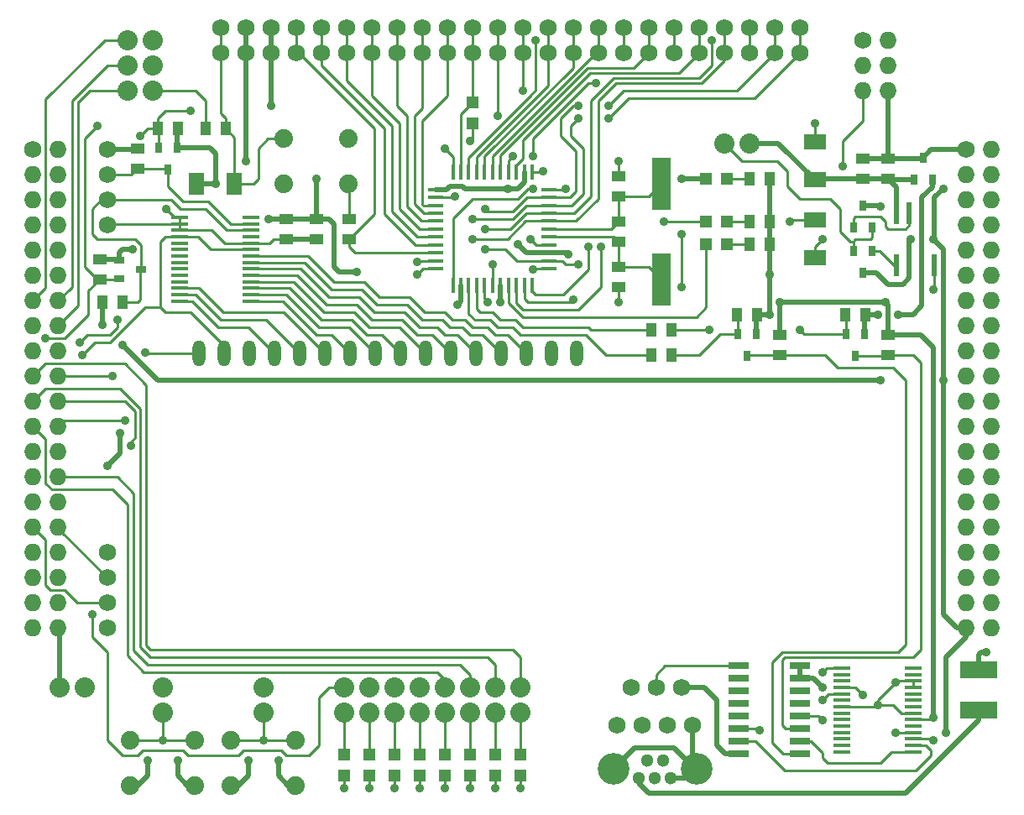
<source format=gtl>
%FSLAX34Y34*%
G04 Gerber Fmt 3.4, Leading zero omitted, Abs format*
G04 (created by PCBNEW (2014-02-26 BZR 4721)-product) date Donnerstag, 25. Dezember 2014 16:09:47*
%MOIN*%
G01*
G70*
G90*
G04 APERTURE LIST*
%ADD10C,0.005906*%
%ADD11R,0.055100X0.043300*%
%ADD12C,0.051181*%
%ADD13C,0.125984*%
%ADD14R,0.047200X0.047200*%
%ADD15R,0.063000X0.086600*%
%ADD16R,0.086600X0.063000*%
%ADD17R,0.145700X0.070900*%
%ADD18R,0.024000X0.086900*%
%ADD19C,0.080000*%
%ADD20O,0.080000X0.080000*%
%ADD21C,0.068000*%
%ADD22O,0.068000X0.068000*%
%ADD23R,0.031500X0.039400*%
%ADD24R,0.039400X0.031500*%
%ADD25R,0.043300X0.055100*%
%ADD26C,0.074000*%
%ADD27R,0.080000X0.026000*%
%ADD28R,0.060000X0.016000*%
%ADD29R,0.016000X0.060000*%
%ADD30R,0.076000X0.210000*%
%ADD31R,0.065000X0.016000*%
%ADD32O,0.051400X0.102900*%
%ADD33C,0.035000*%
%ADD34C,0.020000*%
%ADD35C,0.010000*%
G04 APERTURE END LIST*
G54D10*
G54D11*
X53300Y-31807D03*
X53300Y-32593D03*
X40100Y-29907D03*
X40100Y-30693D03*
X53300Y-28993D03*
X53300Y-28207D03*
X41300Y-29907D03*
X41300Y-30693D03*
X42600Y-30693D03*
X42600Y-29907D03*
X63000Y-28293D03*
X63000Y-27507D03*
X64000Y-28293D03*
X64000Y-27507D03*
G54D12*
X54120Y-52104D03*
X54435Y-51395D03*
X54750Y-52104D03*
X55064Y-51395D03*
X55379Y-52104D03*
G54D13*
X56403Y-51750D03*
X53096Y-51750D03*
G54D14*
X42400Y-51187D03*
X42400Y-52013D03*
X43400Y-51187D03*
X43400Y-52013D03*
X44400Y-51187D03*
X44400Y-52013D03*
X45400Y-51187D03*
X45400Y-52013D03*
X46400Y-51187D03*
X46400Y-52013D03*
X47400Y-51187D03*
X47400Y-52013D03*
X48400Y-51187D03*
X48400Y-52013D03*
X49400Y-51187D03*
X49400Y-52013D03*
G54D15*
X38048Y-28500D03*
X36552Y-28500D03*
G54D16*
X61100Y-29952D03*
X61100Y-31448D03*
X61100Y-26852D03*
X61100Y-28348D03*
G54D14*
X57613Y-30900D03*
X56787Y-30900D03*
X57613Y-30000D03*
X56787Y-30000D03*
X47500Y-25287D03*
X47500Y-26113D03*
X57613Y-28300D03*
X56787Y-28300D03*
G54D17*
X67600Y-49407D03*
X67600Y-47793D03*
G54D18*
X64350Y-31730D03*
X64850Y-31730D03*
X65350Y-31730D03*
X65850Y-31730D03*
X65850Y-29670D03*
X65350Y-29670D03*
X64850Y-29670D03*
X64350Y-29670D03*
G54D19*
X33800Y-23800D03*
G54D20*
X34800Y-23800D03*
G54D19*
X34800Y-22800D03*
G54D20*
X33800Y-22800D03*
G54D19*
X35200Y-49500D03*
G54D20*
X35200Y-48500D03*
G54D19*
X39200Y-49500D03*
G54D20*
X39200Y-48500D03*
G54D19*
X42400Y-48500D03*
G54D20*
X42400Y-49500D03*
G54D19*
X43400Y-48500D03*
G54D20*
X43400Y-49500D03*
G54D19*
X44400Y-48500D03*
G54D20*
X44400Y-49500D03*
G54D19*
X45400Y-48500D03*
G54D20*
X45400Y-49500D03*
G54D19*
X46400Y-48500D03*
G54D20*
X46400Y-49500D03*
G54D19*
X47400Y-48500D03*
G54D20*
X47400Y-49500D03*
G54D19*
X48400Y-48500D03*
G54D20*
X48400Y-49500D03*
G54D19*
X49400Y-48500D03*
G54D20*
X49400Y-49500D03*
G54D21*
X53800Y-48500D03*
X54800Y-48500D03*
X55800Y-48500D03*
G54D19*
X57500Y-26900D03*
G54D20*
X58500Y-26900D03*
G54D19*
X31100Y-48500D03*
G54D20*
X32100Y-48500D03*
G54D21*
X30050Y-27150D03*
G54D22*
X31050Y-27150D03*
X30050Y-28150D03*
X31050Y-28150D03*
X30050Y-29150D03*
X31050Y-29150D03*
X30050Y-30150D03*
X31050Y-30150D03*
X30050Y-31150D03*
X31050Y-31150D03*
X30050Y-32150D03*
X31050Y-32150D03*
X30050Y-33150D03*
X31050Y-33150D03*
X30050Y-34150D03*
X31050Y-34150D03*
X30050Y-35150D03*
X31050Y-35150D03*
X30050Y-36150D03*
X31050Y-36150D03*
X30050Y-37150D03*
X31050Y-37150D03*
X30050Y-38150D03*
X31050Y-38150D03*
X30050Y-39150D03*
X31050Y-39150D03*
X30050Y-40150D03*
X31050Y-40150D03*
X30050Y-41150D03*
X31050Y-41150D03*
X30050Y-42150D03*
X31050Y-42150D03*
X30050Y-43150D03*
X31050Y-43150D03*
X30050Y-44150D03*
X31050Y-44150D03*
X30050Y-45150D03*
X31050Y-45150D03*
X30050Y-46150D03*
X31050Y-46150D03*
G54D21*
X67100Y-27150D03*
G54D22*
X68100Y-27150D03*
X67100Y-28150D03*
X68100Y-28150D03*
X67100Y-29150D03*
X68100Y-29150D03*
X67100Y-30150D03*
X68100Y-30150D03*
X67100Y-31150D03*
X68100Y-31150D03*
X67100Y-32150D03*
X68100Y-32150D03*
X67100Y-33150D03*
X68100Y-33150D03*
X67100Y-34150D03*
X68100Y-34150D03*
X67100Y-35150D03*
X68100Y-35150D03*
X67100Y-36150D03*
X68100Y-36150D03*
X67100Y-37150D03*
X68100Y-37150D03*
X67100Y-38150D03*
X68100Y-38150D03*
X67100Y-39150D03*
X68100Y-39150D03*
X67100Y-40150D03*
X68100Y-40150D03*
X67100Y-41150D03*
X68100Y-41150D03*
X67100Y-42150D03*
X68100Y-42150D03*
X67100Y-43150D03*
X68100Y-43150D03*
X67100Y-44150D03*
X68100Y-44150D03*
X67100Y-45150D03*
X68100Y-45150D03*
X67100Y-46150D03*
X68100Y-46150D03*
G54D21*
X56250Y-50000D03*
X55250Y-50000D03*
X54250Y-50000D03*
X53250Y-50000D03*
X37500Y-22300D03*
X38500Y-22300D03*
X39500Y-22300D03*
X40500Y-22300D03*
X41500Y-22300D03*
X42500Y-22300D03*
X43500Y-22300D03*
X44500Y-22300D03*
X45500Y-22300D03*
X46500Y-22300D03*
X47500Y-22300D03*
X48500Y-22300D03*
X49500Y-22300D03*
X50500Y-22300D03*
X51500Y-22300D03*
X52500Y-22300D03*
X53500Y-22300D03*
X54500Y-22300D03*
X55500Y-22300D03*
X56500Y-22300D03*
X57500Y-22300D03*
X58500Y-22300D03*
X59500Y-22300D03*
X60500Y-22300D03*
X37500Y-23300D03*
X38500Y-23300D03*
X39500Y-23300D03*
X40500Y-23300D03*
X41500Y-23300D03*
X42500Y-23300D03*
X43500Y-23300D03*
X44500Y-23300D03*
X45500Y-23300D03*
X46500Y-23300D03*
X47500Y-23300D03*
X48500Y-23300D03*
X49500Y-23300D03*
X50500Y-23300D03*
X51500Y-23300D03*
X52500Y-23300D03*
X53500Y-23300D03*
X54500Y-23300D03*
X55500Y-23300D03*
X56500Y-23300D03*
X57500Y-23300D03*
X58500Y-23300D03*
X59500Y-23300D03*
X60500Y-23300D03*
X63000Y-22800D03*
G54D22*
X64000Y-22800D03*
X63000Y-23800D03*
X64000Y-23800D03*
X63000Y-24800D03*
X64000Y-24800D03*
G54D21*
X33000Y-30150D03*
X33000Y-29150D03*
X33000Y-28150D03*
X33000Y-27150D03*
X33000Y-43150D03*
X33000Y-44150D03*
X33000Y-45150D03*
X33000Y-46150D03*
G54D23*
X62700Y-35333D03*
X62325Y-34467D03*
X63075Y-34467D03*
X58400Y-35333D03*
X58025Y-34467D03*
X58775Y-34467D03*
X63000Y-32033D03*
X62625Y-31167D03*
X63375Y-31167D03*
X63000Y-29367D03*
X63375Y-30233D03*
X62625Y-30233D03*
X35400Y-27933D03*
X35025Y-27067D03*
X35775Y-27067D03*
G54D24*
X34333Y-31900D03*
X33467Y-32275D03*
X33467Y-31525D03*
G54D11*
X64000Y-34507D03*
X64000Y-35293D03*
G54D25*
X63093Y-33700D03*
X62307Y-33700D03*
G54D11*
X59700Y-34507D03*
X59700Y-35293D03*
G54D25*
X58793Y-33700D03*
X58007Y-33700D03*
G54D11*
X53300Y-30793D03*
X53300Y-30007D03*
G54D25*
X54607Y-35300D03*
X55393Y-35300D03*
X54607Y-34300D03*
X55393Y-34300D03*
X58507Y-30900D03*
X59293Y-30900D03*
X58507Y-30000D03*
X59293Y-30000D03*
X59293Y-28300D03*
X58507Y-28300D03*
G54D11*
X34200Y-27107D03*
X34200Y-27893D03*
G54D25*
X32807Y-33200D03*
X33593Y-33200D03*
X35793Y-26300D03*
X35007Y-26300D03*
G54D11*
X32700Y-31507D03*
X32700Y-32293D03*
G54D26*
X36480Y-52390D03*
X33920Y-52390D03*
X36480Y-50610D03*
X33920Y-50610D03*
X40480Y-52390D03*
X37920Y-52390D03*
X40480Y-50610D03*
X37920Y-50610D03*
X42580Y-28490D03*
X40020Y-28490D03*
X42580Y-26710D03*
X40020Y-26710D03*
G54D27*
X60510Y-51150D03*
X60510Y-50650D03*
X60510Y-50150D03*
X60510Y-49650D03*
X60510Y-49150D03*
X60510Y-48650D03*
X60510Y-48150D03*
X60510Y-47650D03*
X58090Y-47650D03*
X58090Y-48150D03*
X58090Y-48650D03*
X58090Y-49150D03*
X58090Y-49650D03*
X58090Y-50150D03*
X58090Y-50650D03*
X58090Y-51150D03*
G54D28*
X46050Y-30300D03*
X46050Y-30615D03*
X46050Y-30930D03*
X46050Y-31245D03*
X46050Y-31560D03*
X46050Y-31875D03*
X46050Y-29985D03*
X46050Y-29670D03*
X46050Y-29355D03*
X46050Y-29040D03*
X46050Y-28725D03*
X50550Y-30300D03*
X50550Y-30615D03*
X50550Y-30930D03*
X50550Y-31245D03*
X50550Y-31560D03*
X50550Y-31875D03*
X50550Y-29985D03*
X50550Y-29670D03*
X50550Y-29355D03*
X50550Y-29040D03*
X50550Y-28725D03*
G54D29*
X48300Y-32550D03*
X48300Y-28050D03*
X48615Y-32550D03*
X48615Y-28050D03*
X48930Y-28050D03*
X48930Y-32550D03*
X49245Y-32550D03*
X49245Y-28050D03*
X49560Y-28050D03*
X49560Y-32550D03*
X49875Y-32550D03*
X49875Y-28050D03*
X47985Y-28050D03*
X47985Y-32550D03*
X47670Y-32550D03*
X47670Y-28050D03*
X47355Y-28050D03*
X47355Y-32550D03*
X47040Y-32550D03*
X47040Y-28050D03*
X46725Y-28050D03*
X46725Y-32550D03*
G54D23*
X65400Y-27467D03*
X65775Y-28333D03*
X65025Y-28333D03*
G54D30*
X55000Y-32300D03*
X55000Y-28500D03*
G54D31*
X62183Y-49272D03*
X62183Y-49528D03*
X62183Y-49784D03*
X62183Y-50040D03*
X65017Y-48504D03*
X62183Y-48504D03*
X62183Y-48760D03*
X62183Y-49016D03*
X65017Y-50296D03*
X65017Y-50040D03*
X65017Y-49784D03*
X65017Y-49528D03*
X65017Y-49272D03*
X65017Y-49016D03*
X62183Y-50296D03*
X65017Y-48760D03*
X65017Y-48248D03*
X65017Y-47993D03*
X65017Y-47737D03*
X62183Y-47737D03*
X62183Y-47993D03*
X62183Y-48248D03*
X62183Y-50552D03*
X62183Y-50807D03*
X62183Y-51063D03*
X65017Y-51063D03*
X65017Y-50807D03*
X65017Y-50552D03*
X38717Y-31628D03*
X38717Y-31372D03*
X38717Y-31116D03*
X38717Y-30860D03*
X35883Y-32396D03*
X38717Y-32396D03*
X38717Y-32140D03*
X38717Y-31884D03*
X35883Y-30604D03*
X35883Y-30860D03*
X35883Y-31116D03*
X35883Y-31372D03*
X35883Y-31628D03*
X35883Y-31884D03*
X38717Y-30604D03*
X35883Y-32140D03*
X35883Y-32652D03*
X35883Y-32907D03*
X35883Y-33163D03*
X38717Y-33163D03*
X38717Y-32907D03*
X38717Y-32652D03*
X38717Y-30348D03*
X38717Y-30093D03*
X38717Y-29837D03*
X35883Y-29837D03*
X35883Y-30093D03*
X35883Y-30348D03*
G54D32*
X36649Y-35227D03*
X37649Y-35227D03*
X38649Y-35227D03*
X39649Y-35227D03*
X40649Y-35227D03*
X41649Y-35227D03*
X42649Y-35227D03*
X43649Y-35227D03*
X44649Y-35227D03*
X45649Y-35227D03*
X46649Y-35227D03*
X47649Y-35227D03*
X48649Y-35227D03*
X49649Y-35227D03*
X50649Y-35227D03*
X51649Y-35227D03*
G54D25*
X36907Y-26300D03*
X37693Y-26300D03*
G54D19*
X33800Y-24800D03*
G54D20*
X34800Y-24800D03*
G54D33*
X66200Y-28700D03*
X66300Y-50300D03*
X66200Y-36300D03*
X33600Y-34900D03*
X63700Y-36300D03*
X32800Y-34100D03*
X65800Y-30700D03*
X64900Y-30700D03*
X60500Y-34300D03*
X56900Y-34300D03*
X61400Y-49000D03*
X61400Y-47900D03*
X47500Y-29900D03*
X52900Y-25900D03*
X51700Y-25900D03*
X48000Y-29500D03*
X52900Y-25400D03*
X51700Y-25400D03*
X48000Y-30300D03*
X36300Y-25600D03*
X33400Y-33900D03*
X34300Y-26600D03*
X31900Y-34800D03*
X57000Y-22800D03*
X47500Y-30700D03*
X30550Y-34650D03*
X32600Y-26200D03*
X50000Y-22800D03*
X49900Y-27400D03*
X52400Y-24500D03*
X49900Y-28700D03*
X39500Y-25400D03*
X39800Y-51400D03*
X64300Y-48300D03*
X63600Y-49200D03*
X65800Y-32700D03*
X55800Y-28300D03*
X55800Y-32600D03*
X55800Y-30500D03*
X45300Y-31600D03*
X38600Y-51400D03*
X35800Y-51400D03*
X34600Y-51400D03*
X34500Y-35200D03*
X35350Y-29500D03*
X46800Y-29000D03*
X48100Y-33200D03*
X61400Y-48500D03*
X64300Y-50300D03*
X49800Y-30700D03*
X50300Y-28000D03*
X53300Y-33200D03*
X53300Y-27600D03*
X32400Y-45600D03*
X46400Y-27100D03*
X49500Y-24800D03*
X49900Y-31900D03*
X48500Y-25800D03*
X49100Y-27400D03*
X52100Y-31000D03*
X51500Y-33100D03*
X45300Y-32100D03*
X63000Y-48800D03*
X65800Y-50600D03*
X48300Y-31700D03*
X58900Y-50200D03*
X61400Y-49800D03*
X42400Y-52500D03*
X62200Y-27800D03*
X61400Y-30700D03*
X61100Y-26100D03*
X47400Y-26800D03*
X43400Y-52500D03*
X44400Y-52500D03*
X45400Y-52500D03*
X46400Y-52500D03*
X47400Y-52500D03*
X48400Y-52500D03*
X49400Y-52500D03*
X32000Y-35300D03*
X35200Y-50600D03*
X39200Y-50600D03*
X48000Y-31100D03*
X51700Y-31700D03*
X60100Y-30000D03*
X52600Y-31000D03*
X51200Y-28700D03*
X55100Y-30000D03*
X33200Y-36150D03*
X33950Y-38900D03*
X33700Y-37900D03*
X63900Y-33200D03*
X63700Y-29400D03*
X59700Y-33200D03*
X48600Y-33200D03*
X65800Y-49700D03*
X67900Y-47100D03*
X42900Y-32000D03*
X33500Y-38400D03*
X33000Y-39700D03*
X49300Y-30900D03*
X48900Y-28700D03*
X34000Y-31100D03*
X38500Y-27600D03*
X37300Y-28500D03*
X39400Y-29900D03*
X41300Y-28300D03*
X46900Y-33300D03*
X51300Y-31300D03*
X59300Y-32100D03*
X59300Y-33700D03*
X63600Y-33700D03*
X64400Y-33700D03*
G54D34*
X65850Y-29670D02*
X65850Y-29050D01*
X65850Y-29050D02*
X66200Y-28700D01*
X67100Y-46500D02*
X66300Y-47300D01*
X66300Y-47300D02*
X66300Y-50300D01*
X67100Y-46150D02*
X67100Y-46500D01*
X35000Y-36300D02*
X33600Y-34900D01*
X35300Y-36300D02*
X35000Y-36300D01*
X42700Y-36300D02*
X35300Y-36300D01*
X54600Y-36300D02*
X42700Y-36300D01*
X63700Y-36300D02*
X54600Y-36300D01*
X32807Y-34093D02*
X32807Y-33200D01*
X32800Y-34100D02*
X32807Y-34093D01*
X33000Y-27150D02*
X34157Y-27150D01*
X34157Y-27150D02*
X34200Y-27107D01*
X64850Y-31730D02*
X64850Y-32250D01*
X63533Y-32033D02*
X63000Y-32033D01*
X64000Y-32500D02*
X63533Y-32033D01*
X64600Y-32500D02*
X64000Y-32500D01*
X64850Y-32250D02*
X64600Y-32500D01*
X66200Y-34800D02*
X66200Y-31100D01*
X66200Y-31100D02*
X65800Y-30700D01*
X66200Y-36000D02*
X66200Y-34800D01*
X66200Y-36300D02*
X66200Y-36000D01*
X66750Y-46150D02*
X66200Y-45600D01*
X67100Y-46150D02*
X66750Y-46150D01*
X66200Y-45600D02*
X66200Y-36300D01*
X64850Y-31730D02*
X64850Y-30750D01*
X65850Y-30650D02*
X65850Y-29670D01*
X65800Y-30700D02*
X65850Y-30650D01*
X64850Y-30750D02*
X64900Y-30700D01*
X31100Y-48500D02*
X31100Y-46200D01*
X31100Y-46200D02*
X31050Y-46150D01*
G54D35*
X55393Y-34300D02*
X56900Y-34300D01*
X60667Y-34467D02*
X62325Y-34467D01*
X60500Y-34300D02*
X60667Y-34467D01*
X62325Y-34467D02*
X62325Y-33718D01*
X62325Y-33718D02*
X62307Y-33700D01*
X55393Y-35300D02*
X56500Y-35300D01*
X57333Y-34467D02*
X58025Y-34467D01*
X56500Y-35300D02*
X57333Y-34467D01*
X58025Y-34467D02*
X58025Y-33718D01*
X58025Y-33718D02*
X58007Y-33700D01*
X61640Y-48760D02*
X61400Y-49000D01*
X61640Y-48760D02*
X62183Y-48760D01*
X61563Y-47737D02*
X62183Y-47737D01*
X61563Y-47737D02*
X61400Y-47900D01*
X36907Y-25407D02*
X36907Y-25207D01*
X36907Y-26300D02*
X36907Y-25407D01*
X36500Y-24800D02*
X34800Y-24800D01*
X36907Y-25207D02*
X36500Y-24800D01*
X46050Y-29355D02*
X45555Y-29355D01*
X46500Y-25000D02*
X46500Y-23300D01*
X45500Y-26000D02*
X46500Y-25000D01*
X45500Y-29300D02*
X45500Y-26000D01*
X45555Y-29355D02*
X45500Y-29300D01*
X46500Y-22300D02*
X46500Y-23300D01*
X46050Y-29670D02*
X45570Y-29670D01*
X45500Y-25500D02*
X45500Y-23300D01*
X45200Y-25800D02*
X45500Y-25500D01*
X45200Y-29300D02*
X45200Y-25800D01*
X45570Y-29670D02*
X45200Y-29300D01*
X45500Y-22300D02*
X45500Y-23300D01*
X46050Y-29985D02*
X45485Y-29985D01*
X44500Y-25400D02*
X44500Y-23300D01*
X44900Y-25800D02*
X44500Y-25400D01*
X44900Y-29400D02*
X44900Y-25800D01*
X45485Y-29985D02*
X44900Y-29400D01*
X44500Y-22300D02*
X44500Y-23300D01*
X46050Y-30300D02*
X45400Y-30300D01*
X43500Y-25000D02*
X43500Y-23300D01*
X44600Y-26100D02*
X43500Y-25000D01*
X44600Y-29500D02*
X44600Y-26100D01*
X45400Y-30300D02*
X44600Y-29500D01*
X43500Y-22300D02*
X43500Y-23300D01*
X43700Y-25600D02*
X42700Y-24600D01*
X45315Y-30615D02*
X44300Y-29600D01*
X44300Y-29600D02*
X44300Y-26200D01*
X44300Y-26200D02*
X43700Y-25600D01*
X46050Y-30615D02*
X45315Y-30615D01*
X42500Y-24400D02*
X42500Y-23300D01*
X42700Y-24600D02*
X42500Y-24400D01*
X42500Y-22300D02*
X42500Y-23300D01*
X46050Y-30930D02*
X45230Y-30930D01*
X41500Y-23800D02*
X41500Y-23300D01*
X44000Y-26300D02*
X41500Y-23800D01*
X44000Y-29700D02*
X44000Y-26300D01*
X45230Y-30930D02*
X44000Y-29700D01*
X41500Y-22300D02*
X41500Y-23300D01*
X42600Y-30693D02*
X42607Y-30693D01*
X40600Y-23300D02*
X40500Y-23300D01*
X43600Y-26300D02*
X40600Y-23300D01*
X43600Y-29700D02*
X43600Y-26300D01*
X42607Y-30693D02*
X43600Y-29700D01*
X46050Y-31245D02*
X42845Y-31245D01*
X42600Y-31000D02*
X42600Y-30693D01*
X42845Y-31245D02*
X42600Y-31000D01*
X40500Y-22300D02*
X40500Y-23300D01*
X49645Y-29355D02*
X49100Y-29900D01*
X49100Y-29900D02*
X47500Y-29900D01*
X50550Y-29355D02*
X49645Y-29355D01*
X51900Y-27400D02*
X51900Y-27100D01*
X60500Y-23300D02*
X59500Y-24300D01*
X51445Y-29355D02*
X51900Y-28900D01*
X51900Y-28900D02*
X51900Y-27400D01*
X51445Y-29355D02*
X51000Y-29355D01*
X58700Y-25100D02*
X59500Y-24300D01*
X53700Y-25100D02*
X58700Y-25100D01*
X52900Y-25900D02*
X53700Y-25100D01*
X51400Y-26200D02*
X51700Y-25900D01*
X51400Y-26600D02*
X51400Y-26200D01*
X51900Y-27100D02*
X51400Y-26600D01*
X51045Y-29355D02*
X51000Y-29355D01*
X51000Y-29355D02*
X50550Y-29355D01*
X60500Y-22300D02*
X60500Y-23300D01*
X49200Y-29500D02*
X49200Y-29517D01*
X49660Y-29040D02*
X49200Y-29500D01*
X50550Y-29040D02*
X49660Y-29040D01*
X48100Y-29600D02*
X48000Y-29500D01*
X49117Y-29600D02*
X48100Y-29600D01*
X49200Y-29517D02*
X49117Y-29600D01*
X51600Y-27300D02*
X51600Y-27200D01*
X59500Y-23300D02*
X58800Y-24000D01*
X51360Y-29040D02*
X51600Y-28800D01*
X51600Y-28800D02*
X51600Y-27300D01*
X50960Y-29040D02*
X50550Y-29040D01*
X50960Y-29040D02*
X51360Y-29040D01*
X58000Y-24800D02*
X58800Y-24000D01*
X53500Y-24800D02*
X58000Y-24800D01*
X52900Y-25400D02*
X53500Y-24800D01*
X51500Y-25400D02*
X51700Y-25400D01*
X51000Y-25900D02*
X51500Y-25400D01*
X51000Y-26600D02*
X51000Y-25900D01*
X51600Y-27200D02*
X51000Y-26600D01*
X59500Y-22300D02*
X59500Y-23300D01*
X35007Y-26300D02*
X35007Y-25893D01*
X49630Y-29670D02*
X49000Y-30300D01*
X49000Y-30300D02*
X48000Y-30300D01*
X49630Y-29670D02*
X50550Y-29670D01*
X35300Y-25600D02*
X36300Y-25600D01*
X35007Y-25893D02*
X35300Y-25600D01*
X33100Y-34500D02*
X32200Y-34500D01*
X33400Y-33900D02*
X33400Y-34200D01*
X34600Y-26300D02*
X35007Y-26300D01*
X34600Y-26300D02*
X34300Y-26600D01*
X33400Y-34200D02*
X33100Y-34500D01*
X32200Y-34500D02*
X31900Y-34800D01*
X35025Y-27067D02*
X35025Y-26318D01*
X35025Y-26318D02*
X35007Y-26300D01*
X31050Y-42150D02*
X31050Y-42200D01*
X31050Y-42200D02*
X33000Y-44150D01*
X52200Y-27600D02*
X52200Y-25200D01*
X52200Y-25200D02*
X53100Y-24300D01*
X53100Y-24300D02*
X56500Y-24300D01*
X56500Y-24300D02*
X57000Y-23800D01*
X57000Y-23800D02*
X57000Y-22800D01*
X51530Y-29670D02*
X52200Y-29000D01*
X52200Y-29000D02*
X52200Y-27600D01*
X50550Y-29670D02*
X51530Y-29670D01*
X58500Y-22300D02*
X58500Y-23300D01*
X50550Y-29985D02*
X49615Y-29985D01*
X48900Y-30700D02*
X47500Y-30700D01*
X49615Y-29985D02*
X48900Y-30700D01*
X32250Y-32743D02*
X32700Y-32293D01*
X32250Y-33700D02*
X32250Y-32743D01*
X31300Y-34650D02*
X32250Y-33700D01*
X30550Y-34650D02*
X31300Y-34650D01*
X32100Y-31800D02*
X32100Y-26700D01*
X32100Y-26700D02*
X32600Y-26200D01*
X32700Y-32293D02*
X32593Y-32293D01*
X32100Y-31800D02*
X32593Y-32293D01*
X32700Y-32293D02*
X33449Y-32293D01*
X33449Y-32293D02*
X33467Y-32275D01*
X33449Y-32193D02*
X33467Y-32175D01*
X30050Y-42150D02*
X30550Y-42650D01*
X30550Y-42650D02*
X30550Y-44450D01*
X30550Y-44450D02*
X30750Y-44650D01*
X30750Y-44650D02*
X31300Y-44650D01*
X31300Y-44650D02*
X31800Y-45150D01*
X31800Y-45150D02*
X33000Y-45150D01*
X52500Y-27700D02*
X52500Y-25200D01*
X52500Y-25200D02*
X53199Y-24500D01*
X53199Y-24500D02*
X56599Y-24500D01*
X56599Y-24500D02*
X57500Y-23600D01*
X57500Y-23600D02*
X57500Y-23300D01*
X51615Y-29985D02*
X52500Y-29100D01*
X52500Y-29100D02*
X52500Y-27700D01*
X50550Y-29985D02*
X51615Y-29985D01*
X57500Y-22300D02*
X57500Y-23300D01*
X49500Y-27200D02*
X49500Y-26765D01*
X52174Y-24091D02*
X55708Y-24091D01*
X56500Y-23300D02*
X55708Y-24091D01*
X49245Y-27755D02*
X49500Y-27500D01*
X49500Y-27500D02*
X49500Y-27200D01*
X49245Y-27755D02*
X49245Y-28050D01*
X49500Y-26765D02*
X52174Y-24091D01*
X56500Y-22300D02*
X56500Y-23300D01*
X49400Y-25417D02*
X49858Y-24958D01*
X50000Y-24800D02*
X50000Y-22800D01*
X49858Y-24941D02*
X50000Y-24800D01*
X49858Y-24958D02*
X49858Y-24941D01*
X47355Y-27462D02*
X49400Y-25417D01*
X49400Y-25417D02*
X49400Y-25400D01*
X47355Y-28050D02*
X47355Y-27462D01*
X55500Y-22300D02*
X55500Y-23300D01*
X50391Y-25591D02*
X51791Y-24191D01*
X48615Y-27367D02*
X50391Y-25591D01*
X48615Y-28050D02*
X48615Y-27367D01*
X53908Y-23891D02*
X54500Y-23300D01*
X52091Y-23891D02*
X53908Y-23891D01*
X51791Y-24191D02*
X52091Y-23891D01*
X54500Y-22300D02*
X54500Y-23300D01*
X49900Y-28700D02*
X49700Y-28700D01*
X49900Y-27400D02*
X49900Y-26700D01*
X49900Y-26700D02*
X52100Y-24500D01*
X52100Y-24500D02*
X52400Y-24500D01*
X47400Y-29200D02*
X46725Y-29875D01*
X46725Y-32550D02*
X46725Y-29875D01*
X47500Y-29100D02*
X47400Y-29200D01*
X49300Y-29100D02*
X47500Y-29100D01*
X49700Y-28700D02*
X49300Y-29100D01*
X53500Y-22300D02*
X53500Y-23300D01*
X36652Y-32652D02*
X37600Y-33600D01*
X41649Y-35227D02*
X40222Y-33800D01*
X36652Y-32652D02*
X35883Y-32652D01*
X40022Y-33600D02*
X40222Y-33800D01*
X37600Y-33600D02*
X40022Y-33600D01*
X38600Y-34200D02*
X38622Y-34200D01*
X37400Y-34200D02*
X37900Y-34200D01*
X37900Y-34200D02*
X38600Y-34200D01*
X35883Y-33163D02*
X36363Y-33163D01*
X36363Y-33163D02*
X37400Y-34200D01*
X38622Y-34200D02*
X39649Y-35227D01*
X36500Y-32907D02*
X36507Y-32907D01*
X36507Y-32907D02*
X37500Y-33900D01*
X37500Y-33900D02*
X39322Y-33900D01*
X39322Y-33900D02*
X39522Y-34100D01*
X39522Y-34100D02*
X40649Y-35227D01*
X35883Y-32907D02*
X36500Y-32907D01*
X36500Y-32907D02*
X36507Y-32907D01*
G54D34*
X40100Y-30693D02*
X41300Y-30693D01*
X65400Y-27467D02*
X65717Y-27150D01*
X65717Y-27150D02*
X67100Y-27150D01*
X64000Y-27507D02*
X65360Y-27507D01*
X65360Y-27507D02*
X65400Y-27467D01*
X63000Y-27507D02*
X64000Y-27507D01*
X39500Y-23300D02*
X39500Y-25400D01*
X39500Y-22300D02*
X39500Y-23300D01*
X33920Y-52390D02*
X34210Y-52390D01*
X34210Y-52390D02*
X34600Y-52000D01*
X34600Y-52000D02*
X34600Y-51400D01*
X36480Y-52390D02*
X36190Y-52390D01*
X36190Y-52390D02*
X35800Y-52000D01*
X35800Y-52000D02*
X35800Y-51400D01*
X39800Y-52000D02*
X39800Y-51400D01*
X37920Y-52390D02*
X38210Y-52390D01*
X38210Y-52390D02*
X38600Y-52000D01*
X38600Y-52000D02*
X38600Y-51400D01*
X40480Y-52390D02*
X40190Y-52390D01*
X40190Y-52390D02*
X39800Y-52000D01*
G54D35*
X65017Y-48504D02*
X65017Y-48248D01*
X64300Y-48300D02*
X63600Y-49000D01*
X64352Y-48248D02*
X64300Y-48300D01*
X65017Y-48248D02*
X64352Y-48248D01*
X63600Y-49000D02*
X63600Y-49200D01*
X65017Y-49528D02*
X64528Y-49528D01*
X63528Y-49272D02*
X63600Y-49200D01*
X63528Y-49272D02*
X62183Y-49272D01*
X64200Y-49200D02*
X63600Y-49200D01*
X64528Y-49528D02*
X64200Y-49200D01*
G54D34*
X64000Y-24800D02*
X64000Y-27507D01*
G54D35*
X65850Y-32650D02*
X65800Y-32700D01*
X65850Y-32650D02*
X65850Y-31730D01*
G54D34*
X56787Y-28300D02*
X55800Y-28300D01*
G54D35*
X55800Y-30500D02*
X55800Y-32600D01*
G54D34*
X55379Y-52104D02*
X56049Y-52104D01*
X56049Y-52104D02*
X56403Y-51750D01*
X56403Y-51750D02*
X56350Y-51750D01*
X53946Y-50900D02*
X53096Y-51750D01*
X55500Y-50900D02*
X53946Y-50900D01*
X56350Y-51750D02*
X55500Y-50900D01*
X56250Y-50000D02*
X56250Y-51596D01*
X56250Y-51596D02*
X56403Y-51750D01*
G54D35*
X46050Y-31560D02*
X45340Y-31560D01*
X45340Y-31560D02*
X45300Y-31600D01*
X36649Y-35227D02*
X34527Y-35227D01*
X34527Y-35227D02*
X34500Y-35200D01*
X35883Y-29837D02*
X35687Y-29837D01*
X35687Y-29837D02*
X35350Y-29500D01*
X38717Y-30860D02*
X37660Y-30860D01*
X37148Y-30348D02*
X35883Y-30348D01*
X37660Y-30860D02*
X37148Y-30348D01*
X35883Y-30093D02*
X33057Y-30093D01*
X33057Y-30093D02*
X33000Y-30150D01*
X35883Y-30348D02*
X35883Y-30093D01*
X35883Y-30093D02*
X35883Y-29837D01*
X46050Y-29040D02*
X46760Y-29040D01*
X46760Y-29040D02*
X46800Y-29000D01*
X40100Y-30693D02*
X39607Y-30693D01*
X39440Y-30860D02*
X38717Y-30860D01*
X39607Y-30693D02*
X39440Y-30860D01*
X42600Y-29907D02*
X42600Y-28510D01*
X42600Y-28510D02*
X42580Y-28490D01*
X47985Y-32550D02*
X47985Y-33085D01*
X47985Y-33085D02*
X48100Y-33200D01*
G54D34*
X60510Y-47650D02*
X60510Y-48150D01*
X60510Y-48150D02*
X61050Y-48150D01*
X61050Y-48150D02*
X61400Y-48500D01*
G54D35*
X65017Y-50296D02*
X64304Y-50296D01*
X64304Y-50296D02*
X64300Y-50300D01*
X50550Y-30930D02*
X50030Y-30930D01*
X50030Y-30930D02*
X49800Y-30700D01*
X49875Y-28050D02*
X50250Y-28050D01*
X50250Y-28050D02*
X50300Y-28000D01*
X53300Y-32593D02*
X53300Y-33200D01*
X53300Y-28207D02*
X53300Y-27600D01*
X41000Y-51200D02*
X40100Y-51200D01*
X41400Y-50800D02*
X41000Y-51200D01*
X33600Y-51200D02*
X33000Y-50600D01*
X33000Y-50600D02*
X33000Y-47100D01*
X41800Y-48500D02*
X41400Y-48900D01*
X33000Y-47100D02*
X32400Y-46500D01*
X32400Y-46500D02*
X32400Y-45600D01*
X42400Y-48500D02*
X41800Y-48500D01*
X41400Y-48900D02*
X41400Y-50800D01*
X34200Y-51200D02*
X33600Y-51200D01*
X34400Y-51000D02*
X34200Y-51200D01*
X36000Y-51000D02*
X34400Y-51000D01*
X36200Y-51200D02*
X36000Y-51000D01*
X38200Y-51200D02*
X36200Y-51200D01*
X38400Y-51000D02*
X38200Y-51200D01*
X39900Y-51000D02*
X38400Y-51000D01*
X40100Y-51200D02*
X39900Y-51000D01*
X46725Y-28050D02*
X46725Y-27425D01*
X46725Y-27425D02*
X46400Y-27100D01*
X47670Y-28050D02*
X47670Y-27430D01*
X50500Y-24600D02*
X50500Y-23300D01*
X47670Y-27430D02*
X50500Y-24600D01*
X50500Y-22300D02*
X50500Y-23300D01*
X50550Y-31875D02*
X49925Y-31875D01*
X49500Y-24800D02*
X49500Y-23300D01*
X49925Y-31875D02*
X49900Y-31900D01*
X49500Y-22300D02*
X49500Y-23300D01*
X48500Y-23300D02*
X48500Y-25800D01*
X48930Y-27570D02*
X49100Y-27400D01*
X48930Y-27570D02*
X48930Y-28050D01*
X48500Y-22300D02*
X48500Y-23300D01*
X47500Y-23300D02*
X47500Y-22300D01*
X47500Y-25287D02*
X47500Y-23300D01*
X47040Y-28050D02*
X47040Y-25747D01*
X47040Y-25747D02*
X47500Y-25287D01*
X48300Y-28050D02*
X48300Y-27400D01*
X52400Y-23300D02*
X52500Y-23300D01*
X48300Y-27400D02*
X52400Y-23300D01*
X52500Y-22300D02*
X52500Y-23300D01*
X47985Y-28050D02*
X47985Y-27415D01*
X51500Y-23900D02*
X51500Y-23300D01*
X47985Y-27415D02*
X51500Y-23900D01*
X51500Y-22300D02*
X51500Y-23300D01*
X51000Y-32900D02*
X51100Y-32900D01*
X49875Y-32775D02*
X50000Y-32900D01*
X50000Y-32900D02*
X51000Y-32900D01*
X49875Y-32550D02*
X49875Y-32775D01*
X52100Y-31900D02*
X52100Y-31000D01*
X51100Y-32900D02*
X52100Y-31900D01*
X51100Y-33200D02*
X51400Y-33200D01*
X49700Y-33200D02*
X51100Y-33200D01*
X49560Y-33060D02*
X49700Y-33200D01*
X49560Y-32550D02*
X49560Y-33060D01*
X51400Y-33200D02*
X51500Y-33100D01*
X46050Y-31875D02*
X45525Y-31875D01*
X45525Y-31875D02*
X45300Y-32100D01*
X62700Y-48500D02*
X62187Y-48500D01*
X62183Y-48504D02*
X62187Y-48500D01*
X63000Y-48800D02*
X62700Y-48500D01*
X65017Y-50552D02*
X65752Y-50552D01*
X65752Y-50552D02*
X65800Y-50600D01*
X53300Y-31807D02*
X54507Y-31807D01*
X54507Y-31807D02*
X55000Y-32300D01*
X53300Y-30793D02*
X53300Y-31807D01*
X50550Y-30615D02*
X53122Y-30615D01*
X53122Y-30615D02*
X53300Y-30793D01*
X53300Y-28993D02*
X54507Y-28993D01*
X54507Y-28993D02*
X55000Y-28500D01*
X53300Y-30007D02*
X53300Y-28993D01*
X50550Y-30300D02*
X53007Y-30300D01*
X53007Y-30300D02*
X53300Y-30007D01*
X48300Y-32550D02*
X48300Y-31700D01*
G54D34*
X54120Y-52104D02*
X54120Y-52320D01*
X67600Y-49800D02*
X67600Y-49407D01*
X64700Y-52700D02*
X67600Y-49800D01*
X54500Y-52700D02*
X64700Y-52700D01*
X54120Y-52320D02*
X54500Y-52700D01*
G54D35*
X58090Y-50150D02*
X58850Y-50150D01*
X58850Y-50150D02*
X58900Y-50200D01*
X61250Y-49650D02*
X61400Y-49800D01*
X61250Y-49650D02*
X60510Y-49650D01*
X42400Y-51187D02*
X42400Y-49500D01*
X42400Y-52013D02*
X42400Y-52500D01*
X63000Y-24800D02*
X63000Y-25300D01*
X63000Y-26000D02*
X62200Y-26800D01*
X62200Y-26800D02*
X62200Y-27800D01*
X61400Y-30700D02*
X61100Y-31000D01*
X61100Y-31000D02*
X61100Y-31448D01*
X63000Y-25300D02*
X63000Y-26000D01*
X61100Y-26100D02*
X61100Y-26852D01*
X57613Y-30900D02*
X58507Y-30900D01*
X57613Y-30000D02*
X58507Y-30000D01*
X47500Y-26113D02*
X47500Y-26700D01*
X47500Y-26700D02*
X47400Y-26800D01*
X57613Y-28300D02*
X58507Y-28300D01*
X43400Y-51187D02*
X43400Y-49500D01*
X43400Y-52013D02*
X43400Y-52500D01*
X44400Y-51187D02*
X44400Y-49500D01*
X44400Y-52013D02*
X44400Y-52500D01*
X45400Y-51187D02*
X45400Y-49500D01*
X45400Y-52013D02*
X45400Y-52500D01*
X46400Y-51187D02*
X46400Y-49500D01*
X46400Y-52013D02*
X46400Y-52500D01*
X47400Y-51187D02*
X47400Y-49500D01*
X47400Y-52013D02*
X47400Y-52500D01*
X48400Y-51187D02*
X48400Y-49500D01*
X48400Y-52013D02*
X48400Y-52500D01*
X49400Y-51187D02*
X49400Y-49500D01*
X49400Y-52013D02*
X49400Y-52500D01*
X64350Y-31730D02*
X64230Y-31730D01*
X63667Y-31167D02*
X63375Y-31167D01*
X64230Y-31730D02*
X63667Y-31167D01*
X62625Y-30233D02*
X62625Y-29875D01*
X64850Y-30150D02*
X64850Y-29670D01*
X64700Y-30300D02*
X64850Y-30150D01*
X64000Y-30300D02*
X64700Y-30300D01*
X63900Y-30200D02*
X64000Y-30300D01*
X63900Y-30000D02*
X63900Y-30200D01*
X63700Y-29800D02*
X63900Y-30000D01*
X62700Y-29800D02*
X63700Y-29800D01*
X62625Y-29875D02*
X62700Y-29800D01*
X58090Y-47650D02*
X55150Y-47650D01*
X54800Y-48000D02*
X54800Y-48500D01*
X55150Y-47650D02*
X54800Y-48000D01*
X59600Y-27600D02*
X60000Y-28000D01*
X62500Y-30800D02*
X62100Y-30400D01*
X62100Y-30400D02*
X62100Y-29500D01*
X62100Y-29500D02*
X61700Y-29100D01*
X61700Y-29100D02*
X60500Y-29100D01*
X60500Y-29100D02*
X60000Y-28600D01*
X60000Y-28600D02*
X60000Y-28000D01*
X59600Y-27600D02*
X58200Y-27600D01*
X57500Y-26900D02*
X58200Y-27600D01*
X62500Y-30800D02*
X62625Y-30800D01*
X62625Y-31167D02*
X62625Y-30800D01*
X62625Y-30800D02*
X62625Y-30775D01*
X63375Y-30625D02*
X63375Y-30233D01*
X63300Y-30700D02*
X63375Y-30625D01*
X62700Y-30700D02*
X63300Y-30700D01*
X62625Y-30775D02*
X62700Y-30700D01*
X36400Y-33700D02*
X36300Y-33600D01*
X37649Y-34949D02*
X36400Y-33700D01*
X37649Y-35227D02*
X37649Y-34949D01*
X35300Y-33600D02*
X35100Y-33400D01*
X35500Y-33600D02*
X35300Y-33600D01*
X36300Y-33600D02*
X35500Y-33600D01*
X32000Y-35300D02*
X32500Y-34800D01*
X32500Y-34800D02*
X33100Y-34800D01*
X33100Y-34800D02*
X34500Y-33400D01*
X34500Y-33400D02*
X35100Y-33400D01*
X37649Y-35227D02*
X37649Y-35551D01*
X35883Y-30604D02*
X36604Y-30604D01*
X37116Y-31116D02*
X38717Y-31116D01*
X36604Y-30604D02*
X37116Y-31116D01*
X35296Y-30604D02*
X35883Y-30604D01*
X35100Y-33400D02*
X35100Y-30800D01*
X35100Y-30800D02*
X35296Y-30604D01*
X35200Y-50600D02*
X36470Y-50600D01*
X36470Y-50600D02*
X36480Y-50610D01*
X35200Y-50600D02*
X33930Y-50600D01*
X33930Y-50600D02*
X33920Y-50610D01*
X35200Y-50600D02*
X35200Y-49500D01*
X39200Y-50600D02*
X40470Y-50600D01*
X40470Y-50600D02*
X40480Y-50610D01*
X37920Y-50610D02*
X39190Y-50610D01*
X39190Y-50610D02*
X39200Y-50600D01*
X39200Y-50600D02*
X39200Y-49500D01*
X62700Y-35333D02*
X63960Y-35333D01*
X64993Y-35293D02*
X64000Y-35293D01*
X63960Y-35333D02*
X64000Y-35293D01*
X60510Y-50150D02*
X59950Y-50150D01*
X65300Y-35600D02*
X64993Y-35293D01*
X65300Y-47000D02*
X65300Y-35600D01*
X65000Y-47300D02*
X65300Y-47000D01*
X59900Y-47300D02*
X65000Y-47300D01*
X59800Y-47400D02*
X59900Y-47300D01*
X59800Y-50000D02*
X59800Y-47400D01*
X59950Y-50150D02*
X59800Y-50000D01*
X64700Y-36600D02*
X64700Y-36300D01*
X59850Y-51150D02*
X59400Y-50700D01*
X59400Y-50700D02*
X59400Y-47500D01*
X59400Y-47500D02*
X59800Y-47099D01*
X59800Y-47099D02*
X64400Y-47099D01*
X64400Y-47099D02*
X64700Y-46800D01*
X64700Y-46800D02*
X64700Y-36600D01*
X60510Y-51150D02*
X59850Y-51150D01*
X60600Y-35300D02*
X60600Y-35293D01*
X61500Y-35300D02*
X60600Y-35300D01*
X62000Y-35800D02*
X61500Y-35300D01*
X64200Y-35800D02*
X62000Y-35800D01*
X64700Y-36300D02*
X64200Y-35800D01*
X60693Y-35293D02*
X60600Y-35293D01*
X60600Y-35293D02*
X59700Y-35293D01*
X59700Y-35293D02*
X58440Y-35293D01*
X58440Y-35293D02*
X58400Y-35333D01*
X48500Y-34200D02*
X49100Y-34200D01*
X47355Y-33655D02*
X47600Y-33900D01*
X47600Y-33900D02*
X48200Y-33900D01*
X48200Y-33900D02*
X48500Y-34200D01*
X54607Y-35300D02*
X53700Y-35300D01*
X47355Y-33655D02*
X47355Y-32550D01*
X52800Y-35300D02*
X53700Y-35300D01*
X52000Y-34500D02*
X52800Y-35300D01*
X49400Y-34500D02*
X52000Y-34500D01*
X49100Y-34200D02*
X49400Y-34500D01*
X48600Y-33900D02*
X49200Y-33900D01*
X47670Y-33470D02*
X47800Y-33600D01*
X47800Y-33600D02*
X48300Y-33600D01*
X48300Y-33600D02*
X48600Y-33900D01*
X54607Y-34300D02*
X53100Y-34300D01*
X47670Y-33470D02*
X47670Y-32550D01*
X52200Y-34300D02*
X53100Y-34300D01*
X52100Y-34200D02*
X52200Y-34300D01*
X49500Y-34200D02*
X52100Y-34200D01*
X49200Y-33900D02*
X49500Y-34200D01*
X65017Y-50807D02*
X65507Y-50807D01*
X58750Y-50650D02*
X58090Y-50650D01*
X59900Y-51800D02*
X58750Y-50650D01*
X65100Y-51800D02*
X59900Y-51800D01*
X65700Y-51200D02*
X65100Y-51800D01*
X65700Y-51000D02*
X65700Y-51200D01*
X65507Y-50807D02*
X65700Y-51000D01*
X60510Y-50650D02*
X60950Y-50650D01*
X64137Y-51063D02*
X65017Y-51063D01*
X63700Y-51500D02*
X64137Y-51063D01*
X61600Y-51500D02*
X63700Y-51500D01*
X61400Y-51300D02*
X61600Y-51500D01*
X61400Y-51100D02*
X61400Y-51300D01*
X60950Y-50650D02*
X61400Y-51100D01*
X39163Y-33163D02*
X39963Y-33163D01*
X40300Y-33500D02*
X41300Y-34500D01*
X41300Y-34500D02*
X41922Y-34500D01*
X42649Y-35227D02*
X41922Y-34500D01*
X39163Y-33163D02*
X38717Y-33163D01*
X39963Y-33163D02*
X40300Y-33500D01*
X39300Y-32907D02*
X40107Y-32907D01*
X40400Y-33200D02*
X41400Y-34200D01*
X41400Y-34200D02*
X42622Y-34200D01*
X42622Y-34200D02*
X43649Y-35227D01*
X40107Y-32907D02*
X40400Y-33200D01*
X38717Y-32907D02*
X39300Y-32907D01*
X39300Y-32907D02*
X39307Y-32907D01*
X39452Y-32652D02*
X40252Y-32652D01*
X40500Y-32900D02*
X41400Y-33800D01*
X41400Y-33800D02*
X41500Y-33900D01*
X41500Y-33900D02*
X42400Y-33900D01*
X42400Y-33900D02*
X42700Y-33900D01*
X42700Y-33900D02*
X43300Y-34500D01*
X43300Y-34500D02*
X43922Y-34500D01*
X44649Y-35227D02*
X43922Y-34500D01*
X39452Y-32652D02*
X38717Y-32652D01*
X40252Y-32652D02*
X40500Y-32900D01*
X39596Y-32396D02*
X40396Y-32396D01*
X40600Y-32600D02*
X41600Y-33600D01*
X41600Y-33600D02*
X42800Y-33600D01*
X42800Y-33600D02*
X43400Y-34200D01*
X43400Y-34200D02*
X44622Y-34200D01*
X45649Y-35227D02*
X44622Y-34200D01*
X39596Y-32396D02*
X38717Y-32396D01*
X40396Y-32396D02*
X40600Y-32600D01*
X39700Y-32140D02*
X40540Y-32140D01*
X40700Y-32300D02*
X41700Y-33300D01*
X41700Y-33300D02*
X42900Y-33300D01*
X42900Y-33300D02*
X43500Y-33900D01*
X43500Y-33900D02*
X44700Y-33900D01*
X44700Y-33900D02*
X45300Y-34500D01*
X45300Y-34500D02*
X45922Y-34500D01*
X45922Y-34500D02*
X46649Y-35227D01*
X40540Y-32140D02*
X40700Y-32300D01*
X38717Y-32140D02*
X39700Y-32140D01*
X39700Y-32140D02*
X39740Y-32140D01*
X39884Y-31884D02*
X40684Y-31884D01*
X46100Y-34200D02*
X46400Y-34500D01*
X46400Y-34500D02*
X46922Y-34500D01*
X47649Y-35227D02*
X46922Y-34500D01*
X39884Y-31884D02*
X38717Y-31884D01*
X44800Y-33600D02*
X45400Y-34200D01*
X43600Y-33600D02*
X44800Y-33600D01*
X43000Y-33000D02*
X43600Y-33600D01*
X41800Y-33000D02*
X43000Y-33000D01*
X40800Y-32000D02*
X41800Y-33000D01*
X45400Y-34200D02*
X46100Y-34200D01*
X40684Y-31884D02*
X40800Y-32000D01*
X45500Y-33900D02*
X46300Y-33900D01*
X40828Y-31628D02*
X41900Y-32700D01*
X41900Y-32700D02*
X43100Y-32700D01*
X43100Y-32700D02*
X43700Y-33300D01*
X43700Y-33300D02*
X44900Y-33300D01*
X44900Y-33300D02*
X45500Y-33900D01*
X38717Y-31628D02*
X40828Y-31628D01*
X47922Y-34500D02*
X48649Y-35227D01*
X47400Y-34500D02*
X47922Y-34500D01*
X47100Y-34200D02*
X47400Y-34500D01*
X46600Y-34200D02*
X47100Y-34200D01*
X46300Y-33900D02*
X46600Y-34200D01*
X45600Y-33600D02*
X46400Y-33600D01*
X40972Y-31372D02*
X42000Y-32400D01*
X42000Y-32400D02*
X43200Y-32400D01*
X43200Y-32400D02*
X43800Y-33000D01*
X43800Y-33000D02*
X45000Y-33000D01*
X45000Y-33000D02*
X45600Y-33600D01*
X38717Y-31372D02*
X40972Y-31372D01*
X48922Y-34500D02*
X49649Y-35227D01*
X48400Y-34500D02*
X48922Y-34500D01*
X48100Y-34200D02*
X48400Y-34500D01*
X47500Y-34200D02*
X48100Y-34200D01*
X47200Y-33900D02*
X47500Y-34200D01*
X46700Y-33900D02*
X47200Y-33900D01*
X46400Y-33600D02*
X46700Y-33900D01*
G54D34*
X58500Y-26900D02*
X59652Y-26900D01*
X59652Y-26900D02*
X61100Y-28348D01*
X63000Y-28293D02*
X61155Y-28293D01*
X61155Y-28293D02*
X61100Y-28348D01*
X64000Y-28293D02*
X63000Y-28293D01*
X65025Y-28333D02*
X64040Y-28333D01*
X64040Y-28333D02*
X64000Y-28293D01*
X64350Y-29670D02*
X64350Y-28643D01*
X64350Y-28643D02*
X64000Y-28293D01*
G54D35*
X37693Y-26300D02*
X37693Y-25893D01*
X37500Y-25700D02*
X37500Y-23300D01*
X37693Y-25893D02*
X37500Y-25700D01*
X38048Y-28500D02*
X38048Y-26655D01*
X38048Y-26655D02*
X37693Y-26300D01*
X49260Y-31560D02*
X48800Y-31100D01*
X48800Y-31100D02*
X48000Y-31100D01*
X50550Y-31560D02*
X49260Y-31560D01*
X40020Y-26710D02*
X39390Y-26710D01*
X38800Y-28500D02*
X38048Y-28500D01*
X39000Y-28300D02*
X38800Y-28500D01*
X39000Y-27100D02*
X39000Y-28300D01*
X39390Y-26710D02*
X39000Y-27100D01*
X51060Y-31560D02*
X51200Y-31700D01*
X51200Y-31700D02*
X51700Y-31700D01*
X50550Y-31560D02*
X51060Y-31560D01*
X60148Y-29952D02*
X61100Y-29952D01*
X60100Y-30000D02*
X60148Y-29952D01*
X37500Y-22300D02*
X37500Y-23300D01*
X51100Y-33800D02*
X56400Y-33800D01*
X48930Y-33230D02*
X49500Y-33800D01*
X49500Y-33800D02*
X51100Y-33800D01*
X48930Y-32550D02*
X48930Y-33230D01*
X56787Y-33413D02*
X56787Y-30900D01*
X56400Y-33800D02*
X56787Y-33413D01*
X51100Y-33500D02*
X51700Y-33500D01*
X49245Y-33245D02*
X49500Y-33500D01*
X49500Y-33500D02*
X51100Y-33500D01*
X49245Y-32550D02*
X49245Y-33245D01*
X52600Y-32600D02*
X52600Y-31000D01*
X51700Y-33500D02*
X52600Y-32600D01*
X34333Y-31900D02*
X34333Y-30933D01*
X32750Y-29150D02*
X32400Y-29500D01*
X32400Y-29500D02*
X32400Y-30500D01*
X32400Y-30500D02*
X32600Y-30700D01*
X32600Y-30700D02*
X34100Y-30700D01*
X34100Y-30700D02*
X34333Y-30933D01*
X32750Y-29150D02*
X33000Y-29150D01*
X34200Y-33200D02*
X34300Y-33100D01*
X33593Y-33200D02*
X34200Y-33200D01*
X34300Y-31933D02*
X34333Y-31900D01*
X34300Y-33100D02*
X34300Y-31933D01*
X38717Y-30348D02*
X37748Y-30348D01*
X37748Y-30348D02*
X36900Y-29500D01*
X36900Y-29500D02*
X35900Y-29500D01*
X35900Y-29500D02*
X35550Y-29150D01*
X35550Y-29150D02*
X33000Y-29150D01*
X38717Y-30093D02*
X37893Y-30093D01*
X35400Y-28600D02*
X35400Y-27933D01*
X36000Y-29200D02*
X35400Y-28600D01*
X37000Y-29200D02*
X36000Y-29200D01*
X37893Y-30093D02*
X37000Y-29200D01*
X34200Y-27893D02*
X35360Y-27893D01*
X35360Y-27893D02*
X35400Y-27933D01*
X33000Y-28150D02*
X33943Y-28150D01*
X33943Y-28150D02*
X34200Y-27893D01*
X45900Y-47900D02*
X34450Y-47900D01*
X46400Y-48200D02*
X46100Y-47900D01*
X46100Y-47900D02*
X45900Y-47900D01*
X46400Y-48500D02*
X46400Y-48200D01*
X30550Y-38650D02*
X30050Y-38150D01*
X30550Y-40400D02*
X30550Y-38650D01*
X30800Y-40650D02*
X30550Y-40400D01*
X33200Y-40650D02*
X30800Y-40650D01*
X33800Y-41250D02*
X33200Y-40650D01*
X33800Y-47250D02*
X33800Y-41250D01*
X34450Y-47900D02*
X33800Y-47250D01*
X45900Y-47000D02*
X34700Y-47000D01*
X49400Y-47300D02*
X49100Y-47000D01*
X49100Y-47000D02*
X45900Y-47000D01*
X49400Y-48500D02*
X49400Y-47300D01*
X30550Y-35650D02*
X30050Y-36150D01*
X33700Y-35650D02*
X30550Y-35650D01*
X34550Y-36500D02*
X33700Y-35650D01*
X34550Y-46850D02*
X34550Y-36500D01*
X34700Y-47000D02*
X34550Y-46850D01*
X45900Y-47300D02*
X34700Y-47300D01*
X48400Y-47600D02*
X48100Y-47300D01*
X48100Y-47300D02*
X45900Y-47300D01*
X48400Y-48500D02*
X48400Y-47600D01*
X30550Y-36650D02*
X30050Y-37150D01*
X33500Y-36650D02*
X30550Y-36650D01*
X34300Y-37450D02*
X33500Y-36650D01*
X34300Y-46900D02*
X34300Y-37450D01*
X34700Y-47300D02*
X34300Y-46900D01*
X45900Y-47600D02*
X34600Y-47600D01*
X47400Y-48000D02*
X47000Y-47600D01*
X47000Y-47600D02*
X45900Y-47600D01*
X47400Y-48500D02*
X47400Y-48000D01*
X33400Y-40150D02*
X31050Y-40150D01*
X34050Y-40800D02*
X33400Y-40150D01*
X34050Y-47050D02*
X34050Y-40800D01*
X34600Y-47600D02*
X34050Y-47050D01*
X51175Y-28725D02*
X51200Y-28700D01*
X50550Y-28725D02*
X51175Y-28725D01*
X55100Y-30000D02*
X56787Y-30000D01*
X31850Y-25232D02*
X31867Y-25232D01*
X31850Y-33350D02*
X31850Y-25232D01*
X31050Y-34150D02*
X31850Y-33350D01*
X32300Y-24800D02*
X33800Y-24800D01*
X31867Y-25232D02*
X32300Y-24800D01*
X30550Y-25200D02*
X30550Y-25150D01*
X30450Y-32750D02*
X30550Y-32650D01*
X30550Y-32650D02*
X30550Y-25200D01*
X30050Y-33150D02*
X30450Y-32750D01*
X32900Y-22800D02*
X33800Y-22800D01*
X30550Y-25150D02*
X32900Y-22800D01*
X31600Y-25200D02*
X33000Y-23800D01*
X31500Y-32700D02*
X31600Y-32600D01*
X31600Y-32600D02*
X31600Y-25200D01*
X31050Y-33150D02*
X31500Y-32700D01*
X33000Y-23800D02*
X33800Y-23800D01*
X33200Y-36150D02*
X32950Y-36150D01*
X32950Y-36150D02*
X31050Y-36150D01*
X33950Y-38900D02*
X33950Y-38749D01*
X33717Y-37150D02*
X31050Y-37150D01*
X34099Y-37532D02*
X33717Y-37150D01*
X34099Y-38600D02*
X34099Y-37532D01*
X33950Y-38749D02*
X34099Y-38600D01*
X31300Y-37900D02*
X31050Y-38150D01*
X31400Y-37900D02*
X31300Y-37900D01*
X31500Y-37900D02*
X31400Y-37900D01*
X33700Y-37900D02*
X31500Y-37900D01*
G54D34*
X64000Y-34507D02*
X64000Y-33300D01*
X64000Y-33300D02*
X63900Y-33200D01*
X59700Y-33200D02*
X63900Y-33200D01*
X63700Y-29400D02*
X63667Y-29367D01*
X63667Y-29367D02*
X63000Y-29367D01*
X59700Y-34507D02*
X59700Y-33200D01*
X48615Y-33185D02*
X48600Y-33200D01*
X48615Y-33185D02*
X48615Y-32550D01*
X65307Y-34507D02*
X64000Y-34507D01*
X65800Y-35000D02*
X65307Y-34507D01*
X65800Y-49700D02*
X65800Y-35000D01*
G54D35*
X65716Y-49784D02*
X65800Y-49700D01*
X65716Y-49784D02*
X65017Y-49784D01*
G54D34*
X67600Y-47200D02*
X67600Y-47793D01*
X67900Y-47100D02*
X67700Y-47100D01*
X67700Y-47100D02*
X67600Y-47200D01*
X55800Y-48500D02*
X56700Y-48500D01*
X56700Y-48500D02*
X57200Y-49000D01*
X57200Y-49000D02*
X57200Y-50800D01*
X57200Y-50800D02*
X57550Y-51150D01*
X57550Y-51150D02*
X58090Y-51150D01*
X42900Y-32000D02*
X42200Y-32000D01*
X42000Y-30100D02*
X41807Y-29907D01*
X41300Y-29907D02*
X41807Y-29907D01*
X42000Y-31800D02*
X42000Y-30100D01*
X42200Y-32000D02*
X42000Y-31800D01*
X33500Y-39200D02*
X33500Y-38400D01*
X33000Y-39700D02*
X33500Y-39200D01*
X48900Y-28700D02*
X47200Y-28700D01*
X46475Y-28725D02*
X46050Y-28725D01*
X46600Y-28600D02*
X46475Y-28725D01*
X47100Y-28600D02*
X46600Y-28600D01*
X47200Y-28700D02*
X47100Y-28600D01*
X49560Y-28050D02*
X49560Y-28440D01*
X49645Y-31245D02*
X50550Y-31245D01*
X49300Y-30900D02*
X49645Y-31245D01*
X49300Y-28700D02*
X48900Y-28700D01*
X49560Y-28440D02*
X49300Y-28700D01*
X33467Y-31233D02*
X33600Y-31100D01*
X33600Y-31100D02*
X34000Y-31100D01*
X33467Y-31525D02*
X33467Y-31233D01*
X38500Y-27600D02*
X38500Y-23300D01*
X32700Y-31507D02*
X33449Y-31507D01*
X33449Y-31507D02*
X33467Y-31525D01*
X37300Y-28500D02*
X37300Y-27300D01*
X37067Y-27067D02*
X37300Y-27300D01*
X37067Y-27067D02*
X35775Y-27067D01*
X37300Y-28500D02*
X36552Y-28500D01*
X40100Y-29907D02*
X39407Y-29907D01*
X39407Y-29907D02*
X39400Y-29900D01*
X35775Y-27067D02*
X35775Y-26318D01*
X35775Y-26318D02*
X35793Y-26300D01*
X41300Y-29907D02*
X40100Y-29907D01*
X41300Y-28300D02*
X41300Y-29907D01*
X47040Y-32550D02*
X47040Y-33160D01*
X47040Y-33160D02*
X46900Y-33300D01*
X51245Y-31245D02*
X51300Y-31300D01*
X50550Y-31245D02*
X51245Y-31245D01*
X59293Y-30000D02*
X59293Y-28300D01*
X59293Y-30900D02*
X59293Y-30000D01*
X59300Y-33700D02*
X59300Y-32100D01*
X59300Y-32100D02*
X59300Y-30907D01*
X59300Y-30907D02*
X59293Y-30900D01*
X59300Y-33700D02*
X58793Y-33700D01*
X65350Y-31730D02*
X65350Y-33350D01*
X63600Y-33700D02*
X63093Y-33700D01*
X65000Y-33700D02*
X64400Y-33700D01*
X65350Y-33350D02*
X65000Y-33700D01*
X65350Y-29670D02*
X65350Y-29050D01*
X65775Y-28625D02*
X65775Y-28333D01*
X65350Y-29050D02*
X65775Y-28625D01*
X65350Y-29670D02*
X65350Y-31730D01*
X63075Y-34467D02*
X63075Y-33718D01*
X63075Y-33718D02*
X63093Y-33700D01*
X58775Y-34467D02*
X58775Y-33718D01*
X58775Y-33718D02*
X58793Y-33700D01*
X38500Y-22300D02*
X38500Y-23300D01*
M02*

</source>
